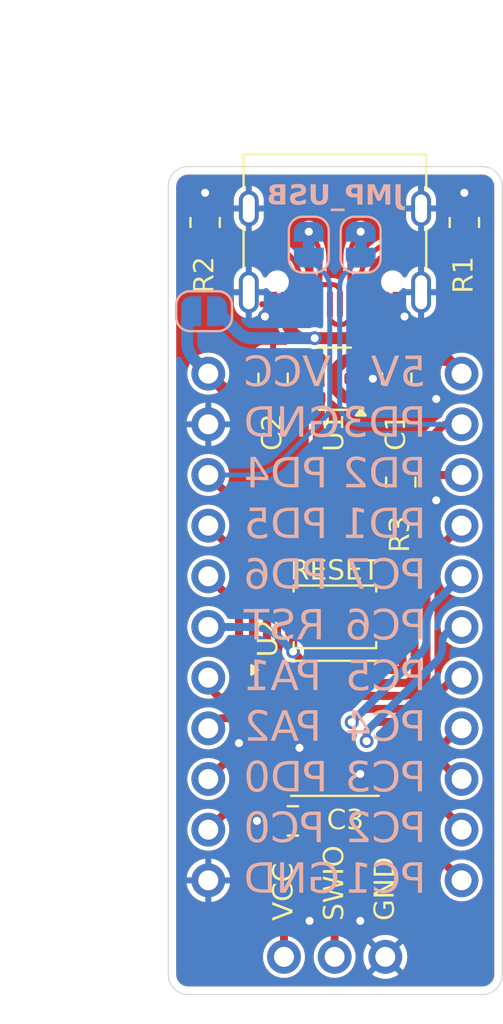
<source format=kicad_pcb>
(kicad_pcb (version 20240108) (generator "pcbnew") (generator_version "8.0")
  (layers (0 "F.Cu" signal) (31 "B.Cu" signal) (34 "B.Paste" user) (35 "F.Paste" user) (36 "B.SilkS" user "B.Silkscreen") (37 "F.SilkS" user "F.Silkscreen") (38 "B.Mask" user) (39 "F.Mask" user) (44 "Edge.Cuts" user))
  (net 0 "")
  (net 1 "GND")
  (net 2 "/PC0")
  (net 3 "/PD0")
  (net 4 "/OSCO")
  (net 5 "/OSCI")
  (net 6 "/NRST")
  (net 7 "/PD6")
  (net 8 "/PD5")
  (net 9 "/PC3")
  (net 10 "/PD1")
  (net 11 "/MOSI")
  (net 12 "/MCO")
  (net 13 "/PC5")
  (net 14 "/PD3")
  (net 15 "/PC2")
  (net 16 "/MISO")
  (net 17 "/PC1")
  (net 18 "/PD2")
  (net 19 "/5V_IN")
  (net 20 "/MCU_VCC")
  (net 21 "Net-(JP2-A)")
  (net 23 "Net-(J1-CC1)")
  (net 24 "Net-(J1-CC2)")
  (net 25 "Net-(JP3-A)")
  (net 27 "/PD4")
  (footprint "Package_TO_SOT_SMD:SOT-23-5" (layer "F.Cu") (at 118.11 56.134 180)
    (property "Reference" "U1" (at 0 -1.749999 90) (layer "F.SilkS") (effects (justify right)))
    (property "Value" "AP2112K-3.3" (hide yes))
    (fp_line (start 0 1.560001) (end 0.8 1.56) (stroke (width 0.12)) (layer "F.SilkS"))
    (fp_line (start 0 1.560001) (end -0.8 1.56) (stroke (width 0.12)) (layer "F.SilkS"))
    (fp_line (start 0 -1.560001) (end 0.8 -1.56) (stroke (width 0.12)) (layer "F.SilkS"))
    (fp_line (start 0 -1.560001) (end -0.8 -1.56) (stroke (width 0.12)) (layer "F.SilkS"))
    (fp_poly (pts (xy -1.3 -1.51) (xy -1.54 -1.84) (xy -1.06 -1.84) (xy -1.3 -1.51)) (stroke (width 0.12)) (fill solid) (layer "F.SilkS"))
    (pad "1" smd roundrect (at -1.1375 -0.949999 180) (size 1.325 0.6) (layers "F.Cu" "F.Paste" "F.Mask") (net 19 "/5V_IN"))
    (pad "2" smd roundrect (at -1.1375 0 180) (size 1.325 0.6) (layers "F.Cu" "F.Paste" "F.Mask") (net 1 "GND"))
    (pad "3" smd roundrect (at -1.1375 0.949999 180) (size 1.325 0.6) (layers "F.Cu" "F.Paste" "F.Mask") (net 19 "/5V_IN"))
    (pad "4" smd roundrect (at 1.1375 0.949999 180) (size 1.325 0.6) (layers "F.Cu" "F.Paste" "F.Mask"))
    (pad "5" smd roundrect (at 1.1375 -0.949999 180) (size 1.325 0.6) (layers "F.Cu" "F.Paste" "F.Mask") (net 20 "/MCU_VCC"))
  )
  (footprint "Capacitor_SMD:C_0805_2012Metric" (layer "F.Cu") (at 116 78.3 180)
    (property "Reference" "C3" (at -1.7 0 0) (layer "F.SilkS") (effects (justify left)))
    (property "Value" "100nF")
    (fp_line (start -0.261253 0.735) (end 0.261253 0.735) (stroke (width 0.12)) (layer "F.SilkS"))
    (fp_line (start -0.261253 -0.735) (end 0.261253 -0.735) (stroke (width 0.12)) (layer "F.SilkS"))
    (pad "1" smd roundrect (at -0.949999 0 180) (size 1 1.45) (layers "F.Cu" "F.Paste" "F.Mask") (net 20 "/MCU_VCC"))
    (pad "2" smd roundrect (at 0.949999 0 180) (size 1 1.45) (layers "F.Cu" "F.Paste" "F.Mask") (net 1 "GND"))
  )
  (footprint "Button_Switch_SMD:SW_Push_SPST_NO_Alps_SKRK" (layer "F.Cu") (at 118.11 68.072)
    (property "Reference" "SW1" (hide yes))
    (property "Value" "NRST")
    (fp_line (start -2.07 -1.57) (end 2.07 -1.57) (stroke (width 0.12)) (layer "F.SilkS"))
    (fp_line (start -2.07 -1.27) (end -2.07 -1.57) (stroke (width 0.12)) (layer "F.SilkS"))
    (fp_line (start -2.07 1.57) (end -2.07 1.27) (stroke (width 0.12)) (layer "F.SilkS"))
    (fp_line (start 2.07 -1.57) (end 2.07 -1.27) (stroke (width 0.12)) (layer "F.SilkS"))
    (fp_line (start 2.07 1.27) (end 2.07 1.57) (stroke (width 0.12)) (layer "F.SilkS"))
    (fp_line (start 2.07 1.57) (end -2.07 1.57) (stroke (width 0.12)) (layer "F.SilkS"))
    (pad "1" smd roundrect (at -2.1 0) (size 0.8 2) (layers "F.Cu" "F.Paste" "F.Mask") (net 6 "/NRST"))
    (pad "2" smd roundrect (at 2.1 0) (size 0.8 2) (layers "F.Cu" "F.Paste" "F.Mask") (net 1 "GND"))
  )
  (footprint "Resistor_SMD:R_0805_2012Metric" (layer "F.Cu") (at 121.412 61.3175 -90)
    (property "Reference" "R3" (at 1.6745 0 90) (layer "F.SilkS") (effects (justify right)))
    (property "Value" "1K5")
    (fp_line (start -0.227064 0.735) (end 0.227064 0.735) (stroke (width 0.12)) (layer "F.SilkS"))
    (fp_line (start -0.227064 -0.735) (end 0.227064 -0.735) (stroke (width 0.12)) (layer "F.SilkS"))
    (pad "1" smd roundrect (at -0.9125 0 270) (size 1.025 1.4) (layers "F.Cu" "F.Paste" "F.Mask") (roundrect_rratio 0.243902) (net 14 "/PD3"))
    (pad "2" smd roundrect (at 0.9125 0 270) (size 1.025 1.4) (layers "F.Cu" "F.Paste" "F.Mask") (roundrect_rratio 0.243902) (net 18 "/PD2"))
  )
  (footprint "Resistor_SMD:R_0805_2012Metric" (layer "F.Cu") (at 124.6 48.3025 90)
    (property "Reference" "R1" (at -1.6975 0 90) (layer "F.SilkS") (effects (justify right)))
    (property "Value" "5K1")
    (fp_line (start -0.227064 -0.735) (end 0.227064 -0.735) (stroke (width 0.12)) (layer "F.SilkS"))
    (fp_line (start -0.227064 0.735) (end 0.227064 0.735) (stroke (width 0.12)) (layer "F.SilkS"))
    (pad "1" smd roundrect (at -0.9125 0 90) (size 1.025 1.4) (layers "F.Cu" "F.Paste" "F.Mask") (roundrect_rratio 0.243902) (net 23 "Net-(J1-CC1)"))
    (pad "2" smd roundrect (at 0.9125 0 90) (size 1.025 1.4) (layers "F.Cu" "F.Paste" "F.Mask") (roundrect_rratio 0.243902) (net 1 "GND"))
  )
  (footprint "Resistor_SMD:R_0805_2012Metric" (layer "F.Cu") (at 111.6 48.3025 90)
    (property "Reference" "R2" (at -1.6975 0 90) (layer "F.SilkS") (effects (justify right)))
    (property "Value" "5K1")
    (fp_line (start -0.227064 -0.735) (end 0.227064 -0.735) (stroke (width 0.12)) (layer "F.SilkS"))
    (fp_line (start -0.227064 0.735) (end 0.227064 0.735) (stroke (width 0.12)) (layer "F.SilkS"))
    (pad "1" smd roundrect (at -0.9125 0 90) (size 1.025 1.4) (layers "F.Cu" "F.Paste" "F.Mask") (roundrect_rratio 0.243902) (net 24 "Net-(J1-CC2)"))
    (pad "2" smd roundrect (at 0.9125 0 90) (size 1.025 1.4) (layers "F.Cu" "F.Paste" "F.Mask") (roundrect_rratio 0.243902) (net 1 "GND"))
  )
  (footprint "Connector_USB:USB_C_Receptacle_G-Switch_GT-USB-7010ASV" (layer "F.Cu") (at 118.11 48.675 180)
    (property "Reference" "J1" (hide yes))
    (property "Value" "USB_C")
    (fp_line (start 4.580001 0.07) (end 4.580001 -1.85) (stroke (width 0.12)) (layer "F.SilkS"))
    (fp_line (start 4.58 3.785) (end -4.58 3.785) (stroke (width 0.12)) (layer "F.SilkS"))
    (fp_line (start 4.58 2.08) (end 4.58 3.785) (stroke (width 0.12)) (layer "F.SilkS"))
    (fp_line (start -4.58 3.785) (end -4.58 2.08) (stroke (width 0.12)) (layer "F.SilkS"))
    (fp_line (start -4.580001 -1.85) (end -4.580001 0.07) (stroke (width 0.12)) (layer "F.SilkS"))
    (pad "" np_thru_hole circle (at -2.89 -2.605 180) (size 0.65 0.65) (drill 0.65) (layers "*.Cu" "*.Mask"))
    (pad "" np_thru_hole circle (at 2.89 -2.605 180) (size 0.65 0.65) (drill 0.65) (layers "*.Cu" "*.Mask"))
    (pad "A1" smd rect (at -3.2 -3.725 180) (size 0.6 1.24) (layers "F.Cu" "F.Paste" "F.Mask") (net 1 "GND"))
    (pad "A4" smd rect (at -2.4 -3.725 180) (size 0.6 1.24) (layers "F.Cu" "F.Paste" "F.Mask") (net 19 "/5V_IN"))
    (pad "A5" smd rect (at -1.25 -3.725 180) (size 0.3 1.24) (layers "F.Cu" "F.Paste" "F.Mask") (net 23 "Net-(J1-CC1)"))
    (pad "A6" smd rect (at -0.25 -3.725 180) (size 0.3 1.24) (layers "F.Cu" "F.Paste" "F.Mask") (net 25 "Net-(JP3-A)"))
    (pad "A7" smd rect (at 0.25 -3.725 180) (size 0.3 1.24) (layers "F.Cu" "F.Paste" "F.Mask") (net 21 "Net-(JP2-A)"))
    (pad "A8" smd rect (at 1.25 -3.725 180) (size 0.3 1.24) (layers "F.Cu" "F.Paste" "F.Mask"))
    (pad "A9" smd rect (at 2.4 -3.725 180) (size 0.6 1.24) (layers "F.Cu" "F.Paste" "F.Mask") (net 19 "/5V_IN"))
    (pad "A12" smd rect (at 3.2 -3.725 180) (size 0.6 1.24) (layers "F.Cu" "F.Paste" "F.Mask") (net 1 "GND"))
    (pad "B1" smd rect (at 3.2 -3.725 180) (size 0.6 1.24) (layers "F.Cu" "F.Paste" "F.Mask") (net 1 "GND"))
    (pad "B4" smd rect (at 2.4 -3.725 180) (size 0.6 1.24) (layers "F.Cu" "F.Paste" "F.Mask") (net 19 "/5V_IN"))
    (pad "B5" smd rect (at 1.75 -3.725 180) (size 0.3 1.24) (layers "F.Cu" "F.Paste" "F.Mask") (net 24 "Net-(J1-CC2)"))
    (pad "B6" smd rect (at 0.75 -3.725 180) (size 0.3 1.24) (layers "F.Cu" "F.Paste" "F.Mask") (net 25 "Net-(JP3-A)"))
    (pad "B7" smd rect (at -0.75 -3.725 180) (size 0.3 1.24) (layers "F.Cu" "F.Paste" "F.Mask") (net 21 "Net-(JP2-A)"))
    (pad "B8" smd rect (at -1.75 -3.725 180) (size 0.3 1.24) (layers "F.Cu" "F.Paste" "F.Mask"))
    (pad "B9" smd rect (at -2.4 -3.725 180) (size 0.6 1.24) (layers "F.Cu" "F.Paste" "F.Mask") (net 19 "/5V_IN"))
    (pad "B12" smd rect (at -3.2 -3.725 180) (size 0.6 1.24) (layers "F.Cu" "F.Paste" "F.Mask") (net 1 "GND"))
    (pad "S1" thru_hole oval (at -4.32 -3.125 180) (size 1 2.1) (drill oval 0.6 1.7) (layers "*.Cu" "*.Mask") (net 1 "GND"))
    (pad "S1" thru_hole oval (at -4.32 1.075 180) (size 1 1.8) (drill oval 0.6 1.4) (layers "*.Cu" "*.Mask") (net 1 "GND"))
    (pad "S1" thru_hole oval (at 4.32 -3.125 180) (size 1 2.1) (drill oval 0.6 1.7) (layers "*.Cu" "*.Mask") (net 1 "GND"))
    (pad "S1" thru_hole oval (at 4.32 1.075 180) (size 1 1.8) (drill oval 0.6 1.4) (layers "*.Cu" "*.Mask") (net 1 "GND"))
  )
  (footprint "Capacitor_SMD:C_0805_2012Metric" (layer "F.Cu") (at 121.21 56.134 -90)
    (property "Reference" "C1" (at 1.749999 0 90) (layer "F.SilkS") (effects (justify right)))
    (property "Value" "100nF")
    (fp_line (start -0.261253 0.735) (end 0.261253 0.735) (stroke (width 0.12)) (layer "F.SilkS"))
    (fp_line (start -0.261253 -0.735) (end 0.261253 -0.735) (stroke (width 0.12)) (layer "F.SilkS"))
    (pad "1" smd roundrect (at -0.949999 0 270) (size 1 1.45) (layers "F.Cu" "F.Paste" "F.Mask") (net 19 "/5V_IN"))
    (pad "2" smd roundrect (at 0.949999 0 270) (size 1 1.45) (layers "F.Cu" "F.Paste" "F.Mask") (net 1 "GND"))
  )
  (footprint "Footprints:PinSocket_1x11_P2.54mm_No_Silk" (layer "F.Cu") (at 124.46 55.88)
    (property "Reference" "J3" (hide yes))
    (property "Value" "HEADER_RIGHT")
    (pad "1" thru_hole circle (at 0 0) (size 1.7 1.7) (drill 1) (layers "*.Cu" "*.Mask") (net 19 "/5V_IN"))
    (pad "2" thru_hole oval (at 0 2.54) (size 1.7 1.7) (drill 1) (layers "*.Cu" "*.Mask") (net 14 "/PD3"))
    (pad "3" thru_hole oval (at 0 5.08) (size 1.7 1.7) (drill 1) (layers "*.Cu" "*.Mask") (net 18 "/PD2"))
    (pad "4" thru_hole oval (at 0 7.62) (size 1.7 1.7) (drill 1) (layers "*.Cu" "*.Mask") (net 10 "/PD1"))
    (pad "5" thru_hole oval (at 0 10.16) (size 1.7 1.7) (drill 1) (layers "*.Cu" "*.Mask") (net 16 "/MISO"))
    (pad "6" thru_hole oval (at 0 12.7) (size 1.7 1.7) (drill 1) (layers "*.Cu" "*.Mask") (net 11 "/MOSI"))
    (pad "7" thru_hole oval (at 0 15.24) (size 1.7 1.7) (drill 1) (layers "*.Cu" "*.Mask") (net 13 "/PC5"))
    (pad "8" thru_hole oval (at 0 17.78) (size 1.7 1.7) (drill 1) (layers "*.Cu" "*.Mask") (net 12 "/MCO"))
    (pad "9" thru_hole oval (at 0 20.32) (size 1.7 1.7) (drill 1) (layers "*.Cu" "*.Mask") (net 9 "/PC3"))
    (pad "10" thru_hole oval (at 0 22.86) (size 1.7 1.7) (drill 1) (layers "*.Cu" "*.Mask") (net 15 "/PC2"))
    (pad "11" thru_hole oval (at 0 25.4) (size 1.7 1.7) (drill 1) (layers "*.Cu" "*.Mask") (net 17 "/PC1"))
  )
  (footprint "Footprints:PinSocket_1x03_P2.54mm_No_Silk" (layer "F.Cu") (at 120.635 85.115 -90)
    (property "Reference" "J4" (hide yes))
    (property "Value" "PROG_HEADER")
    (pad "1" thru_hole circle (at 0 0 270) (size 1.7 1.7) (drill 1) (layers "*.Cu" "*.Mask") (net 1 "GND"))
    (pad "2" thru_hole oval (at 0 2.54 270) (size 1.7 1.7) (drill 1) (layers "*.Cu" "*.Mask") (net 10 "/PD1"))
    (pad "3" thru_hole oval (at 0 5.079999 270) (size 1.7 1.7) (drill 1) (layers "*.Cu" "*.Mask") (net 20 "/MCU_VCC"))
  )
  (footprint "Capacitor_SMD:C_0805_2012Metric" (layer "F.Cu") (at 115.01 56.134 90)
    (property "Reference" "C2" (at -1.749999 0 90) (layer "F.SilkS") (effects (justify right)))
    (property "Value" "10uF")
    (fp_line (start -0.261253 -0.735) (end 0.261253 -0.735) (stroke (width 0.12)) (layer "F.SilkS"))
    (fp_line (start -0.261253 0.735) (end 0.261253 0.735) (stroke (width 0.12)) (layer "F.SilkS"))
    (pad "1" smd roundrect (at -0.949999 0 90) (size 1 1.45) (layers "F.Cu" "F.Paste" "F.Mask") (net 20 "/MCU_VCC"))
    (pad "2" smd roundrect (at 0.949999 0 90) (size 1 1.45) (layers "F.Cu" "F.Paste" "F.Mask") (net 1 "GND"))
  )
  (footprint "Footprints:PinSocket_1x11_P2.54mm_No_Silk" (layer "F.Cu") (at 111.76 55.88)
    (property "Reference" "J2" (hide yes))
    (property "Value" "HEADER_LEFT")
    (pad "1" thru_hole circle (at 0 0) (size 1.7 1.7) (drill 1) (layers "*.Cu" "*.Mask") (net 20 "/MCU_VCC"))
    (pad "2" thru_hole oval (at 0 2.54) (size 1.7 1.7) (drill 1) (layers "*.Cu" "*.Mask") (net 1 "GND"))
    (pad "3" thru_hole oval (at 0 5.08) (size 1.7 1.7) (drill 1) (layers "*.Cu" "*.Mask") (net 27 "/PD4"))
    (pad "4" thru_hole oval (at 0 7.62) (size 1.7 1.7) (drill 1) (layers "*.Cu" "*.Mask") (net 8 "/PD5"))
    (pad "5" thru_hole oval (at 0 10.16) (size 1.7 1.7) (drill 1) (layers "*.Cu" "*.Mask") (net 7 "/PD6"))
    (pad "6" thru_hole oval (at 0 12.7) (size 1.7 1.7) (drill 1) (layers "*.Cu" "*.Mask") (net 6 "/NRST"))
    (pad "7" thru_hole oval (at 0 15.24) (size 1.7 1.7) (drill 1) (layers "*.Cu" "*.Mask") (net 5 "/OSCI"))
    (pad "8" thru_hole oval (at 0 17.78) (size 1.7 1.7) (drill 1) (layers "*.Cu" "*.Mask") (net 4 "/OSCO"))
    (pad "9" thru_hole oval (at 0 20.32) (size 1.7 1.7) (drill 1) (layers "*.Cu" "*.Mask") (net 3 "/PD0"))
    (pad "10" thru_hole oval (at 0 22.86) (size 1.7 1.7) (drill 1) (layers "*.Cu" "*.Mask") (net 2 "/PC0"))
    (pad "11" thru_hole oval (at 0 25.4) (size 1.7 1.7) (drill 1) (layers "*.Cu" "*.Mask") (net 1 "GND"))
  )
  (footprint "Package_SO:TSSOP-20_4.4x6.5mm_P0.65mm" (layer "F.Cu") (at 118.11 73.66)
    (property "Reference" "U2" (at -3.31 -3.56 90) (layer "F.SilkS") (effects (justify left)))
    (property "Value" "CH32V003FxPx")
    (fp_line (start 0 -3.385) (end -2.2 -3.385) (stroke (width 0.12)) (layer "F.SilkS"))
    (fp_line (start 0 -3.385) (end 2.2 -3.385) (stroke (width 0.12)) (layer "F.SilkS"))
    (fp_line (start 0 3.385) (end -2.2 3.385) (stroke (width 0.12)) (layer "F.SilkS"))
    (fp_line (start 0 3.385) (end 2.2 3.385) (stroke (width 0.12)) (layer "F.SilkS"))
    (fp_poly (pts (xy -3.86 -2.925) (xy -4.19 -3.165) (xy -4.19 -2.685) (xy -3.86 -2.925)) (stroke (width 0.12)) (fill solid) (layer "F.SilkS"))
    (pad "1" smd roundrect (at -2.8625 -2.925) (size 1.475 0.4) (layers "F.Cu" "F.Paste" "F.Mask") (net 27 "/PD4"))
    (pad "2" smd roundrect (at -2.8625 -2.275) (size 1.475 0.4) (layers "F.Cu" "F.Paste" "F.Mask") (net 8 "/PD5"))
    (pad "3" smd roundrect (at -2.8625 -1.625) (size 1.475 0.4) (layers "F.Cu" "F.Paste" "F.Mask") (net 7 "/PD6"))
    (pad "4" smd roundrect (at -2.8625 -0.975) (size 1.475 0.4) (layers "F.Cu" "F.Paste" "F.Mask") (net 6 "/NRST"))
    (pad "5" smd roundrect (at -2.8625 -0.325) (size 1.475 0.4) (layers "F.Cu" "F.Paste" "F.Mask") (net 5 "/OSCI"))
    (pad "6" smd roundrect (at -2.8625 0.325) (size 1.475 0.4) (layers "F.Cu" "F.Paste" "F.Mask") (net 4 "/OSCO"))
    (pad "7" smd roundrect (at -2.8625 0.975) (size 1.475 0.4) (layers "F.Cu" "F.Paste" "F.Mask") (net 1 "GND"))
    (pad "8" smd roundrect (at -2.8625 1.625) (size 1.475 0.4) (layers "F.Cu" "F.Paste" "F.Mask") (net 3 "/PD0"))
    (pad "9" smd roundrect (at -2.8625 2.275) (size 1.475 0.4) (layers "F.Cu" "F.Paste" "F.Mask") (net 20 "/MCU_VCC"))
    (pad "10" smd roundrect (at -2.8625 2.925) (size 1.475 0.4) (layers "F.Cu" "F.Paste" "F.Mask") (net 2 "/PC0"))
    (pad "11" smd roundrect (at 2.8625 2.925) (size 1.475 0.4) (layers "F.Cu" "F.Paste" "F.Mask") (net 17 "/PC1"))
    (pad "12" smd roundrect (at 2.8625 2.275) (size 1.475 0.4) (layers "F.Cu" "F.Paste" "F.Mask") (net 15 "/PC2"))
    (pad "13" smd roundrect (at 2.8625 1.625) (size 1.475 0.4) (layers "F.Cu" "F.Paste" "F.Mask") (net 9 "/PC3"))
    (pad "14" smd roundrect (at 2.8625 0.975) (size 1.475 0.4) (layers "F.Cu" "F.Paste" "F.Mask") (net 12 "/MCO"))
    (pad "15" smd roundrect (at 2.8625 0.325) (size 1.475 0.4) (layers "F.Cu" "F.Paste" "F.Mask") (net 13 "/PC5"))
    (pad "16" smd roundrect (at 2.8625 -0.325) (size 1.475 0.4) (layers "F.Cu" "F.Paste" "F.Mask") (net 11 "/MOSI"))
    (pad "17" smd roundrect (at 2.8625 -0.975) (size 1.475 0.4) (layers "F.Cu" "F.Paste" "F.Mask") (net 16 "/MISO"))
    (pad "18" smd roundrect (at 2.8625 -1.625) (size 1.475 0.4) (layers "F.Cu" "F.Paste" "F.Mask") (net 10 "/PD1"))
    (pad "19" smd roundrect (at 2.8625 -2.275) (size 1.475 0.4) (layers "F.Cu" "F.Paste" "F.Mask") (net 18 "/PD2"))
    (pad "20" smd roundrect (at 2.8625 -2.925) (size 1.475 0.4) (layers "F.Cu" "F.Paste" "F.Mask") (net 14 "/PD3"))
  )
  (footprint "Jumper:SolderJumper-2_P1.3mm_Open_RoundedPad1.0x1.5mm" (layer "B.Cu") (at 111.55 52.75 180)
    (property "Reference" "JP1" (hide yes))
    (property "Value" "JMP_VIN_SEL")
    (fp_line (start 1.4 -0.300001) (end 1.4 0.300001) (stroke (width 0.12)) (layer "B.SilkS"))
    (fp_line (start 0.7 1) (end -0.7 1) (stroke (width 0.12)) (layer "B.SilkS"))
    (fp_line (start -0.7 -1) (end 0.7 -1) (stroke (width 0.12)) (layer "B.SilkS"))
    (fp_line (start -1.4 0.300001) (end -1.4 -0.300001) (stroke (width 0.12)) (layer "B.SilkS"))
    (fp_arc (start 1.4 0.300001) (mid 1.194974 0.794975) (end 0.7 1) (stroke (width 0.12)) (layer "B.SilkS"))
    (fp_arc (start 0.7 -1) (mid 1.194974 -0.794975) (end 1.4 -0.300001) (stroke (width 0.12)) (layer "B.SilkS"))
    (fp_arc (start -0.7 1) (mid -1.194975 0.794975) (end -1.4 0.300001) (stroke (width 0.12)) (layer "B.SilkS"))
    (fp_arc (start -1.4 -0.300001) (mid -1.194975 -0.794975) (end -0.7 -1) (stroke (width 0.12)) (layer "B.SilkS"))
    (pad "1" smd custom (at -0.649999 0 180) (size 1 0.5) (layers "B.Cu" "B.Mask") (net 19 "/5V_IN") (options (clearance outline) (anchor rect)) (primitives (gr_circle (center 0 -0.25) (end 0.5 -0.25) (width 0) (fill yes)) (gr_circle (center 0 0.25) (end 0.5 0.25) (width 0) (fill yes)) (gr_poly (pts (xy 0.5 -0.75) (xy 0 -0.75) (xy 0 0.75) (xy 0.5 0.75)) (width 0) (fill yes))))
    (pad "2" smd custom (at 0.649999 0 180) (size 1 0.5) (layers "B.Cu" "B.Mask") (net 20 "/MCU_VCC") (options (clearance outline) (anchor rect)) (primitives (gr_circle (center 0 -0.25) (end 0.5 -0.25) (width 0) (fill yes)) (gr_circle (center 0 0.25) (end 0.5 0.25) (width 0) (fill yes)) (gr_poly (pts (xy 0 -0.75) (xy -0.5 -0.75) (xy -0.5 0.75) (xy 0 0.75)) (width 0) (fill yes))))
  )
  (footprint "Jumper:SolderJumper-2_P1.3mm_Bridged_RoundedPad1.0x1.5mm" (layer "B.Cu") (at 119.4 49.415 -90)
    (property "Reference" "JP2" (hide yes))
    (property "Value" "JMP_USB_DM" (hide yes))
    (fp_poly (pts (xy 0.25 0.3) (xy -0.25 0.3) (xy -0.25 -0.3) (xy 0.25 -0.3)) (fill solid) (layer "B.Cu"))
    (fp_line (start 0.7 1) (end -0.7 1) (stroke (width 0.12)) (layer "B.SilkS"))
    (fp_line (start -1.4 0.300001) (end -1.4 -0.300001) (stroke (width 0.12)) (layer "B.SilkS"))
    (fp_line (start 1.4 -0.300001) (end 1.4 0.300001) (stroke (width 0.12)) (layer "B.SilkS"))
    (fp_line (start -0.7 -1) (end 0.7 -1) (stroke (width 0.12)) (layer "B.SilkS"))
    (fp_arc (start -0.7 1) (mid -1.194975 0.794975) (end -1.4 0.300001) (stroke (width 0.12)) (layer "B.SilkS"))
    (fp_arc (start 1.4 0.300001) (mid 1.194974 0.794975) (end 0.7 1) (stroke (width 0.12)) (layer "B.SilkS"))
    (fp_arc (start -1.4 -0.300001) (mid -1.194975 -0.794975) (end -0.7 -1) (stroke (width 0.12)) (layer "B.SilkS"))
    (fp_arc (start 0.7 -1) (mid 1.194974 -0.794975) (end 1.4 -0.300001) (stroke (width 0.12)) (layer "B.SilkS"))
    (pad "1" smd custom (at -0.649999 0 270) (size 1 0.5) (layers "B.Cu" "B.Mask") (net 21 "Net-(JP2-A)") (options (clearance outline) (anchor rect)) (primitives (gr_circle (center 0 -0.25) (end 0.5 -0.25) (width 0) (fill yes)) (gr_circle (center 0 0.25) (end 0.5 0.25) (width 0) (fill yes)) (gr_poly (pts (xy 0.5 -0.75) (xy 0 -0.75) (xy 0 0.75) (xy 0.5 0.75)) (width 0) (fill yes))))
    (pad "2" smd custom (at 0.649999 0 270) (size 1 0.5) (layers "B.Cu" "B.Mask") (net 14 "/PD3") (options (clearance outline) (anchor rect)) (primitives (gr_circle (center 0 -0.25) (end 0.5 -0.25) (width 0) (fill yes)) (gr_circle (center 0 0.25) (end 0.5 0.25) (width 0) (fill yes)) (gr_poly (pts (xy 0 -0.75) (xy -0.5 -0.75) (xy -0.5 0.75) (xy 0 0.75)) (width 0) (fill yes))))
  )
  (footprint "Jumper:SolderJumper-2_P1.3mm_Bridged_RoundedPad1.0x1.5mm" (layer "B.Cu") (at 116.8 49.415 -90)
    (property "Reference" "JP3" (hide yes))
    (property "Value" "JMP_USB_DP" (hide yes))
    (fp_poly (pts (xy 0.25 0.3) (xy -0.25 0.3) (xy -0.25 -0.3) (xy 0.25 -0.3)) (fill solid) (layer "B.Cu"))
    (fp_line (start 0.7 1) (end -0.7 1) (stroke (width 0.12)) (layer "B.SilkS"))
    (fp_line (start -1.4 0.300001) (end -1.4 -0.300001) (stroke (width 0.12)) (layer "B.SilkS"))
    (fp_line (start 1.4 -0.300001) (end 1.4 0.300001) (stroke (width 0.12)) (layer "B.SilkS"))
    (fp_line (start -0.7 -1) (end 0.7 -1) (stroke (width 0.12)) (layer "B.SilkS"))
    (fp_arc (start -0.7 1) (mid -1.194975 0.794975) (end -1.4 0.300001) (stroke (width 0.12)) (layer "B.SilkS"))
    (fp_arc (start 1.4 0.300001) (mid 1.194974 0.794975) (end 0.7 1) (stroke (width 0.12)) (layer "B.SilkS"))
    (fp_arc (start -1.4 -0.300001) (mid -1.194975 -0.794975) (end -0.7 -1) (stroke (width 0.12)) (layer "B.SilkS"))
    (fp_arc (start 0.7 -1) (mid 1.194974 -0.794975) (end 1.4 -0.300001) (stroke (width 0.12)) (layer "B.SilkS"))
    (pad "1" smd custom (at -0.649999 0 270) (size 1 0.5) (layers "B.Cu" "B.Mask") (net 25 "Net-(JP3-A)") (options (clearance outline) (anchor rect)) (primitives (gr_circle (center 0 -0.25) (end 0.5 -0.25) (width 0) (fill yes)) (gr_circle (center 0 0.25) (end 0.5 0.25) (width 0) (fill yes)) (gr_poly (pts (xy 0.5 -0.75) (xy 0 -0.75) (xy 0 0.75) (xy 0.5 0.75)) (width 0) (fill yes))))
    (pad "2" smd custom (at 0.649999 0 270) (size 1 0.5) (layers "B.Cu" "B.Mask") (net 27 "/PD4") (options (clearance outline) (anchor rect)) (primitives (gr_circle (center 0 -0.25) (end 0.5 -0.25) (width 0) (fill yes)) (gr_circle (center 0 0.25) (end 0.5 0.25) (width 0) (fill yes)) (gr_poly (pts (xy 0 -0.75) (xy -0.5 -0.75) (xy -0.5 0.75) (xy 0 0.75)) (width 0) (fill yes))))
  )
  (gr_arc (start 126.5 86) (mid 126.207107 86.707107) (end 125.5 87) (stroke (width 0.05)) (layer "Edge.Cuts"))
  (gr_line (start 109.75 86) (end 109.75 46.5) (stroke (width 0.05)) (layer "Edge.Cuts"))
  (gr_line (start 110.75 45.5) (end 125.5 45.5) (stroke (width 0.05)) (layer "Edge.Cuts"))
  (gr_arc (start 125.5 45.5) (mid 126.207107 45.792893) (end 126.5 46.5) (stroke (width 0.05)) (layer "Edge.Cuts"))
  (gr_arc (start 109.75 46.5) (mid 110.042893 45.792893) (end 110.75 45.5) (stroke (width 0.05)) (layer "Edge.Cuts"))
  (gr_arc (start 110.75 87) (mid 110.042893 86.707107) (end 109.75 86) (stroke (width 0.05)) (layer "Edge.Cuts"))
  (gr_line (start 125.5 87) (end 110.75 87) (stroke (width 0.05)) (layer "Edge.Cuts"))
  (gr_line (start 126.5 46.5) (end 126.5 86) (stroke (width 0.05)) (layer "Edge.Cuts"))
  (gr_text "PD4" (at 113.538 60.96 0) (layer "B.SilkS") (effects (font (size 1.5 1.5) (thickness 0.1875)) (justify right mirror)))
  (gr_text "PD3" (at 122.682 58.42 0) (layer "B.SilkS") (effects (font (size 1.5 1.5) (thickness 0.1875)) (justify left mirror)))
  (gr_text "GND" (at 113.538 58.42 0) (layer "B.SilkS") (effects (font (size 1.5 1.5) (thickness 0.1875)) (justify right mirror)))
  (gr_text "GND" (at 113.538 81.28 0) (layer "B.SilkS") (effects (font (size 1.5 1.5) (thickness 0.1875)) (justify right mirror)))
  (gr_text "PC4" (at 122.682 73.66 0) (layer "B.SilkS") (effects (font (size 1.5 1.5) (thickness 0.1875)) (justify left mirror)))
  (gr_text "PC6" (at 122.682 68.58 0) (layer "B.SilkS") (effects (font (size 1.5 1.5) (thickness 0.1875)) (justify left mirror)))
  (gr_text "PC5" (at 122.682 71.12 0) (layer "B.SilkS") (effects (font (size 1.5 1.5) (thickness 0.1875)) (justify left mirror)))
  (gr_text "VCC" (at 113.538 55.88 0) (layer "B.SilkS") (effects (font (size 1.5 1.5) (thickness 0.1875)) (justify right mirror)))
  (gr_text "5V" (at 122.682 55.88 0) (layer "B.SilkS") (effects (font (size 1.5 1.5) (thickness 0.1875)) (justify left mirror)))
  (gr_text "PC0" (at 113.538 78.74 0) (layer "B.SilkS") (effects (font (size 1.5 1.5) (thickness 0.1875)) (justify right mirror)))
  (gr_text "PD0" (at 113.538 76.2 0) (layer "B.SilkS") (effects (font (size 1.5 1.5) (thickness 0.1875)) (justify right mirror)))
  (gr_text "PC1" (at 122.682 81.28 0) (layer "B.SilkS") (effects (font (size 1.5 1.5) (thickness 0.1875)) (justify left mirror)))
  (gr_text "PA1" (at 113.538 71.12 0) (layer "B.SilkS") (effects (font (size 1.5 1.5) (thickness 0.1875)) (justify right mirror)))
  (gr_text "PD1" (at 122.682 63.5 0) (layer "B.SilkS") (effects (font (size 1.5 1.5) (thickness 0.1875)) (justify left mirror)))
  (gr_text "PD6" (at 113.538 66.04 0) (layer "B.SilkS") (effects (font (size 1.5 1.5) (thickness 0.1875)) (justify right mirror)))
  (gr_text "PC3" (at 122.682 76.2 0) (layer "B.SilkS") (effects (font (size 1.5 1.5) (thickness 0.1875)) (justify left mirror)))
  (gr_text "PC7" (at 122.682 66.04 0) (layer "B.SilkS") (effects (font (size 1.5 1.5) (thickness 0.1875)) (justify left mirror)))
  (gr_text "PC2" (at 122.682 78.74 0) (layer "B.SilkS") (effects (font (size 1.5 1.5) (thickness 0.1875)) (justify left mirror)))
  (gr_text "PD5" (at 113.538 63.5 0) (layer "B.SilkS") (effects (font (size 1.5 1.5) (thickness 0.1875)) (justify right mirror)))
  (gr_text "PD2" (at 122.682 60.96 0) (layer "B.SilkS") (effects (font (size 1.5 1.5) (thickness 0.1875)) (justify left mirror)))
  (gr_text "PA2" (at 113.538 73.66 0) (layer "B.SilkS") (effects (font (size 1.5 1.5) (thickness 0.1875)) (justify right mirror)))
  (gr_text "RST" (at 113.538 68.58 0) (layer "B.SilkS") (effects (font (size 1.5 1.5) (thickness 0.1875)) (justify right mirror)))
  (gr_text "JMP_USB" (at 118.11 46.99 0) (layer "B.SilkS") (effects (font (size 1 1) (thickness 0.2) (bold yes)) (justify mirror)))
  (gr_text "GND" (at 120.65 83.312 90) (layer "F.SilkS") (effects (font (size 1 1) (thickness 0.125)) (justify left)))
  (gr_text "VCC" (at 115.57 83.312 90) (layer "F.SilkS") (effects (font (size 1 1) (thickness 0.125)) (justify left)))
  (gr_text "RESET" (at 118.11 65.786 0) (layer "F.SilkS") (effects (font (size 1 1) (thickness 0.125))))
  (gr_text "SWIO" (at 118.11 83.312 90) (layer "F.SilkS") (effects (font (size 1 1) (thickness 0.125)) (justify left)))
  (segment (start 121.31 52.4) (end 121.31 52.725) (width 0.4) (layer "F.Cu") (net 1))
  (segment (start 115.2475 74.635) (end 113.742107 74.635) (width 0.4) (layer "F.Cu") (net 1))
  (segment (start 113.388553 74.488553) (end 113.3 74.4) (width 0.4) (layer "F.Cu") (net 1))
  (segment (start 114.91 52.4) (end 114.91 52.705) (width 0.4) (layer "F.Cu") (net 1))
  (segment (start 116.332 74.635) (end 115.2475 74.635) (width 0.4) (layer "F.Cu") (net 1))
  (segment (start 120.01 56.134) (end 120.959999 57.083999) (width 0.4) (layer "F.Cu") (net 1))
  (segment (start 124.6 47.39) (end 124.6 46.815) (width 0.25) (layer "F.Cu") (net 1))
  (segment (start 121.31 52.725) (end 121.6 53.015) (width 0.4) (layer "F.Cu") (net 1))
  (segment (start 119.2475 56.134) (end 120.01 56.134) (width 0.4) (layer "F.Cu") (net 1))
  (segment (start 114.91 52.705) (end 114.6 53.015) (width 0.4) (layer "F.Cu") (net 1))
  (segment (start 120.959999 57.083999) (end 121.21 57.083999) (width 0.4) (layer "F.Cu") (net 1))
  (segment (start 111.6 47.39) (end 111.6 46.815) (width 0.25) (layer "F.Cu") (net 1))
  (segment (start 115.050001 78.3) (end 114.2 78.3) (width 0.4) (layer "F.Cu") (net 1))
  (via (at 119.38 83.312) (size 0.7) (drill 0.4) (layers "F.Cu" "B.Cu") (net 1))
  (via (at 124.6 46.815) (size 0.7) (drill 0.4) (layers "F.Cu" "B.Cu") (net 1))
  (via (at 111.6 46.815) (size 0.7) (drill 0.4) (layers "F.Cu" "B.Cu") (net 1))
  (via (at 114.2 78.3) (size 0.7) (drill 0.4) (layers "F.Cu" "B.Cu") (net 1))
  (via (at 120.01 56.134) (size 0.7) (drill 0.4) (layers "F.Cu" "B.Cu") (net 1))
  (via (at 119.38 75.946) (size 0.7) (drill 0.4) (layers "F.Cu" "B.Cu") (net 1))
  (via (at 116.84 83.312) (size 0.7) (drill 0.4) (layers "F.Cu" "B.Cu") (net 1))
  (via (at 121.6 53.015) (size 0.7) (drill 0.4) (layers "F.Cu" "B.Cu") (net 1))
  (via (at 123.19 62.23) (size 0.7) (drill 0.4) (layers "F.Cu" "B.Cu") (net 1))
  (via (at 123.19 57.15) (size 0.7) (drill 0.4) (layers "F.Cu" "B.Cu") (net 1))
  (via (at 113.3 74.4) (size 0.7) (drill 0.4) (layers "F.Cu" "B.Cu") (net 1))
  (via (at 116.332 74.635) (size 0.7) (drill 0.4) (layers "F.Cu" "B.Cu") (net 1))
  (via (at 114.6 53.015) (size 0.7) (drill 0.4) (layers "F.Cu" "B.Cu") (net 1))
  (arc (start 113.388553 74.488553) (mid 113.550765 74.59694) (end 113.742107 74.635) (width 0.4) (layer "F.Cu") (net 1))
  (segment (start 115.2475 76.585) (end 114.509455 76.585) (width 0.4) (layer "F.Cu") (net 2))
  (segment (start 113.494657 77.005343) (end 111.76 78.74) (width 0.4) (layer "F.Cu") (net 2))
  (arc (start 114.509455 76.585) (mid 113.96025 76.694244) (end 113.494657 77.005343) (width 0.4) (layer "F.Cu") (net 2))
  (segment (start 115.2475 75.285) (end 113.115253 75.285) (width 0.4) (layer "F.Cu") (net 3))
  (segment (start 112.363694 75.596306) (end 111.76 76.2) (width 0.4) (layer "F.Cu") (net 3))
  (arc (start 113.115253 75.285) (mid 112.708512 75.365906) (end 112.363694 75.596306) (width 0.4) (layer "F.Cu") (net 3))
  (segment (start 112.121553 73.298447) (end 111.76 73.66) (width 0.4) (layer "F.Cu") (net 4))
  (segment (start 115.2475 73.985) (end 114.302378 73.985) (width 0.4) (layer "F.Cu") (net 4))
  (segment (start 112.850506 73.152) (end 112.475107 73.152) (width 0.4) (layer "F.Cu") (net 4))
  (segment (start 113.719158 73.743422) (end 113.323768 73.348032) (width 0.4) (layer "F.Cu") (net 4))
  (arc (start 112.475107 73.152) (mid 112.283765 73.19006) (end 112.121553 73.298447) (width 0.4) (layer "F.Cu") (net 4))
  (arc (start 112.850506 73.152) (mid 113.106634 73.202947) (end 113.323768 73.348032) (width 0.4) (layer "F.Cu") (net 4))
  (arc (start 113.719158 73.743422) (mid 113.986742 73.922216) (end 114.302378 73.985) (width 0.4) (layer "F.Cu") (net 4))
  (segment (start 115.2475 73.335) (end 114.529388 73.335) (width 0.4) (layer "F.Cu") (net 5))
  (segment (start 113.897547 73.073283) (end 113.377734 72.55347) (width 0.4) (layer "F.Cu") (net 5))
  (segment (start 112.381062 72.181062) (end 111.906446 71.706446) (width 0.4) (layer "F.Cu") (net 5))
  (segment (start 111.76 71.352893) (end 111.76 71.12) (width 0.4) (layer "F.Cu") (net 5))
  (segment (start 113.007225 72.4) (end 112.909626 72.4) (width 0.4) (layer "F.Cu") (net 5))
  (arc (start 114.529388 73.335) (mid 114.187438 73.266982) (end 113.897547 73.073283) (width 0.4) (layer "F.Cu") (net 5))
  (arc (start 112.381062 72.181062) (mid 112.623569 72.3431) (end 112.909626 72.4) (width 0.4) (layer "F.Cu") (net 5))
  (arc (start 111.906446 71.706446) (mid 111.79806 71.544234) (end 111.76 71.352893) (width 0.4) (layer "F.Cu") (net 5))
  (arc (start 113.377734 72.55347) (mid 113.207743 72.439886) (end 113.007225 72.4) (width 0.4) (layer "F.Cu") (net 5))
  (segment (start 116.5 70.742371) (end 116.5 71.952631) (width 0.4) (layer "F.Cu") (net 6))
  (segment (start 116.01 69.81) (end 116.01 68.072) (width 0.4) (layer "F.Cu") (net 6))
  (segment (start 116.303956 72.425922) (end 116.191469 72.538409) (width 0.4) (layer "F.Cu") (net 6))
  (segment (start 116.01 69.81) (end 116.187198 69.987198) (width 0.4) (layer "F.Cu") (net 6))
  (segment (start 115.837567 72.685) (end 115.2475 72.685) (width 0.4) (layer "F.Cu") (net 6))
  (via (at 116.01 69.81) (size 0.7) (drill 0.4) (layers "F.Cu" "B.Cu") (net 6))
  (arc (start 116.5 70.742371) (mid 116.418705 70.333675) (end 116.187198 69.987198) (width 0.4) (layer "F.Cu") (net 6))
  (arc (start 116.191469 72.538409) (mid 116.029097 72.646902) (end 115.837567 72.685) (width 0.4) (layer "F.Cu") (net 6))
  (arc (start 116.5 71.952631) (mid 116.44905 72.208774) (end 116.303956 72.425922) (width 0.4) (layer "F.Cu") (net 6))
  (segment (start 116.01 69.81) (end 115.315106 69.115106) (width 0.4) (layer "B.Cu") (net 6))
  (segment (start 114.023246 68.58) (end 111.76 68.58) (width 0.4) (layer "B.Cu") (net 6))
  (arc (start 115.315106 69.115106) (mid 114.722396 68.71907) (end 114.023246 68.58) (width 0.4) (layer "B.Cu") (net 6))
  (segment (start 115.2475 72.035) (end 114.536495 72.035) (width 0.4) (layer "F.Cu") (net 7))
  (segment (start 113.3 70.68389) (end 113.3 68.423617) (width 0.4) (layer "F.Cu") (net 7))
  (segment (start 112.703473 66.983473) (end 111.76 66.04) (width 0.4) (layer "F.Cu") (net 7))
  (segment (start 114.050139 71.833545) (end 113.5825 71.365906) (width 0.4) (layer "F.Cu") (net 7))
  (arc (start 113.3 70.68389) (mid 113.373419 71.052994) (end 113.5825 71.365906) (width 0.4) (layer "F.Cu") (net 7))
  (arc (start 113.3 68.423617) (mid 113.144968 67.644217) (end 112.703473 66.983473) (width 0.4) (layer "F.Cu") (net 7))
  (arc (start 114.536495 72.035) (mid 114.273281 71.982644) (end 114.050139 71.833545) (width 0.4) (layer "F.Cu") (net 7))
  (segment (start 114.303675 71.238553) (end 114.146446 71.081324) (width 0.4) (layer "F.Cu") (net 8))
  (segment (start 115.2475 71.385) (end 114.657229 71.385) (width 0.4) (layer "F.Cu") (net 8))
  (segment (start 113.545819 65.285819) (end 111.76 63.5) (width 0.4) (layer "F.Cu") (net 8))
  (segment (start 114 70.727771) (end 114 66.382309) (width 0.4) (layer "F.Cu") (net 8))
  (arc (start 114.146446 71.081324) (mid 114.03806 70.919112) (end 114 70.727771) (width 0.4) (layer "F.Cu") (net 8))
  (arc (start 114.303675 71.238553) (mid 114.465887 71.34694) (end 114.657229 71.385) (width 0.4) (layer "F.Cu") (net 8))
  (arc (start 113.545819 65.285819) (mid 113.881962 65.788893) (end 114 66.382309) (width 0.4) (layer "F.Cu") (net 8))
  (segment (start 120.9725 75.285) (end 123.177893 75.285) (width 0.4) (layer "F.Cu") (net 9))
  (segment (start 123.531447 75.431447) (end 124.3 76.2) (width 0.4) (layer "F.Cu") (net 9))
  (segment (start 124.3 76.2) (end 124.46 76.2) (width 0.4) (layer "F.Cu") (net 9))
  (arc (start 123.177893 75.285) (mid 123.369235 75.32306) (end 123.531447 75.431447) (width 0.4) (layer "F.Cu") (net 9))
  (segment (start 122.29967 71.703736) (end 122.410191 71.593213) (width 0.4) (layer "F.Cu") (net 10))
  (segment (start 122.71 70.869401) (end 122.71 70.176594) (width 0.4) (layer "F.Cu") (net 10))
  (segment (start 120.9725 72.035) (end 121.499945 72.035) (width 0.4) (layer "F.Cu") (net 10))
  (segment (start 118.095 73.613445) (end 118.095 85.115) (width 0.4) (layer "F.Cu") (net 10))
  (segment (start 120.9725 72.035) (end 119.637753 72.035) (width 0.4) (layer "F.Cu") (net 10))
  (segment (start 122.71 70.176594) (end 122.7 70.166594) (width 0.4) (layer "F.Cu") (net 10))
  (segment (start 122.7 70.166594) (end 122.7 66.09944) (width 0.4) (layer "F.Cu") (net 10))
  (segment (start 118.89787 72.341469) (end 118.426708 72.812631) (width 0.4) (layer "F.Cu") (net 10))
  (segment (start 123.293573 64.666427) (end 124.46 63.5) (width 0.4) (layer "F.Cu") (net 10))
  (arc (start 122.7 66.09944) (mid 122.854265 65.323899) (end 123.293573 64.666427) (width 0.4) (layer "F.Cu") (net 10))
  (arc (start 118.095 73.613445) (mid 118.181208 73.180048) (end 118.426708 72.812631) (width 0.4) (layer "F.Cu") (net 10))
  (arc (start 122.410191 71.593213) (mid 122.632082 71.261124) (end 122.71 70.869401) (width 0.4) (layer "F.Cu") (net 10))
  (arc (start 122.29967 71.703736) (mid 121.932754 71.948906) (end 121.499945 72.035) (width 0.4) (layer "F.Cu") (net 10))
  (arc (start 119.637753 72.035) (mid 119.237331 72.114649) (end 118.89787 72.341469) (width 0.4) (layer "F.Cu") (net 10))
  (segment (start 119.846447 73.653553) (end 120.018554 73.481446) (width 0.4) (layer "F.Cu") (net 11))
  (segment (start 119.7 74.3) (end 119.7 74.007107) (width 0.4) (layer "F.Cu") (net 11))
  (segment (start 120.372107 73.335) (end 120.9725 73.335) (width 0.4) (layer "F.Cu") (net 11))
  (via (at 119.7 74.3) (size 0.7) (drill 0.4) (layers "F.Cu" "B.Cu") (net 11))
  (arc (start 120.018554 73.481446) (mid 120.180766 73.37306) (end 120.372107 73.335) (width 0.4) (layer "F.Cu") (net 11))
  (arc (start 119.846447 73.653553) (mid 119.73806 73.815765) (end 119.7 74.007107) (width 0.4) (layer "F.Cu") (net 11))
  (segment (start 119.846447 73.653553) (end 123.167465 70.332535) (width 0.4) (layer "B.Cu") (net 11))
  (segment (start 123.634967 68.965033) (end 124.02 68.58) (width 0.4) (layer "B.Cu") (net 11))
  (segment (start 124.02 68.58) (end 124.46 68.58) (width 0.4) (layer "B.Cu") (net 11))
  (segment (start 119.7 74.3) (end 119.7 74.007107) (width 0.4) (layer "B.Cu") (net 11))
  (segment (start 123.5 69.529723) (end 123.5 69.290873) (width 0.4) (layer "B.Cu") (net 11))
  (arc (start 119.846447 73.653553) (mid 119.73806 73.815765) (end 119.7 74.007107) (width 0.4) (layer "B.Cu") (net 11))
  (arc (start 123.167465 70.332535) (mid 123.413577 69.964202) (end 123.5 69.529723) (width 0.4) (layer "B.Cu") (net 11))
  (arc (start 123.634967 68.965033) (mid 123.535077 69.11453) (end 123.5 69.290873) (width 0.4) (layer "B.Cu") (net 11))
  (segment (start 120.9725 74.635) (end 123.157893 74.635) (width 0.4) (layer "F.Cu") (net 12))
  (segment (start 124.34 73.66) (end 124.46 73.66) (width 0.4) (layer "F.Cu") (net 12))
  (segment (start 123.511447 74.488553) (end 124.34 73.66) (width 0.4) (layer "F.Cu") (net 12))
  (arc (start 123.157893 74.635) (mid 123.349235 74.59694) (end 123.511447 74.488553) (width 0.4) (layer "F.Cu") (net 12))
  (segment (start 123.183312 72.016688) (end 124.08 71.12) (width 0.4) (layer "F.Cu") (net 13))
  (segment (start 120.9725 73.985) (end 121.890738 73.985) (width 0.4) (layer "F.Cu") (net 13))
  (segment (start 124.08 71.12) (end 124.46 71.12) (width 0.4) (layer "F.Cu") (net 13))
  (segment (start 122.8 73.061198) (end 122.8 72.942084) (width 0.4) (layer "F.Cu") (net 13))
  (segment (start 122.444288 73.755712) (end 122.560431 73.639569) (width 0.4) (layer "F.Cu") (net 13))
  (arc (start 121.890738 73.985) (mid 122.190317 73.92541) (end 122.444288 73.755712) (width 0.4) (layer "F.Cu") (net 13))
  (arc (start 123.183312 72.016688) (mid 122.89962 72.441263) (end 122.8 72.942084) (width 0.4) (layer "F.Cu") (net 13))
  (arc (start 122.8 73.061198) (mid 122.737738 73.37421) (end 122.560431 73.639569) (width 0.4) (layer "F.Cu") (net 13))
  (segment (start 120.867243 63.491243) (end 120.695536 63.319536) (width 0.4) (layer "F.Cu") (net 14))
  (segment (start 121.595 60.405) (end 123.433554 58.566446) (width 0.4) (layer "F.Cu") (net 14))
  (segment (start 123.787107 58.42) (end 124.46 58.42) (width 0.4) (layer "F.Cu") (net 14))
  (segment (start 121.402107 60.405) (end 121.412 60.405) (width 0.4) (layer "F.Cu") (net 14))
  (segment (start 120.9725 70.735) (end 121.465 70.735) (width 0.4) (layer "F.Cu") (net 14))
  (segment (start 121.5 70.7) (end 121.5 65.018854) (width 0.4) (layer "F.Cu") (net 14))
  (segment (start 120.458172 61.141828) (end 121.048554 60.551446) (width 0.4) (layer "F.Cu") (net 14))
  (segment (start 121.465 70.735) (end 121.5 70.7) (width 0.4) (layer "F.Cu") (net 14))
  (segment (start 120.2 62.123206) (end 120.2 61.76511) (width 0.4) (layer "F.Cu") (net 14))
  (segment (start 121.412 60.405) (end 121.595 60.405) (width 0.4) (layer "F.Cu") (net 14))
  (arc (start 121.402107 60.405) (mid 121.210766 60.44306) (end 121.048554 60.551446) (width 0.4) (layer "F.Cu") (net 14))
  (arc (start 120.695536 63.319536) (mid 120.328786 62.770655) (end 120.2 62.123206) (width 0.4) (layer "F.Cu") (net 14))
  (arc (start 120.867243 63.491243) (mid 121.335552 64.192117) (end 121.5 65.018854) (width 0.4) (layer "F.Cu") (net 14))
  (arc (start 120.458172 61.141828) (mid 120.267097 61.427792) (end 120.2 61.76511) (width 0.4) (layer "F.Cu") (net 14))
  (arc (start 123.433554 58.566446) (mid 123.595766 58.45806) (end 123.787107 58.42) (width 0.4) (layer "F.Cu") (net 14))
  (segment (start 118.35 57.385786) (end 118.35 51.529213) (width 0.25) (layer "B.Cu") (net 14))
  (segment (start 118.677107 58.127107) (end 118.642893 58.092893) (width 0.25) (layer "B.Cu") (net 14))
  (segment (start 124.46 58.42) (end 119.384214 58.42) (width 0.25) (layer "B.Cu") (net 14))
  (segment (start 118.642893 50.822106) (end 119.4 50.064999) (width 0.25) (layer "B.Cu") (net 14))
  (arc (start 118.677107 58.127107) (mid 119.00153 58.34388) (end 119.384214 58.42) (width 0.25) (layer "B.Cu") (net 14))
  (arc (start 118.35 57.385786) (mid 118.42612 57.768469) (end 118.642893 58.092893) (width 0.25) (layer "B.Cu") (net 14))
  (arc (start 118.35 51.529213) (mid 118.42612 51.14653) (end 118.642893 50.822106) (width 0.25) (layer "B.Cu") (net 14))
  (segment (start 120.9725 75.935) (end 121.509035 75.935) (width 0.4) (layer "F.Cu") (net 15))
  (segment (start 124.46 78.625122) (end 124.46 78.74) (width 0.4) (layer "F.Cu") (net 15))
  (segment (start 121.954322 76.119444) (end 124.46 78.625122) (width 0.4) (layer "F.Cu") (net 15))
  (arc (start 121.509035 75.935) (mid 121.750023 75.982935) (end 121.954322 76.119444) (width 0.4) (layer "F.Cu") (net 15))
  (segment (start 119.822107 72.685) (end 120.9725 72.685) (width 0.4) (layer "F.Cu") (net 16))
  (segment (start 118.95 73.35) (end 119.468554 72.831446) (width 0.4) (layer "F.Cu") (net 16))
  (via (at 118.95 73.35) (size 0.7) (drill 0.4) (layers "F.Cu" "B.Cu") (net 16))
  (arc (start 119.822107 72.685) (mid 119.630766 72.72306) (end 119.468554 72.831446) (width 0.4) (layer "F.Cu") (net 16))
  (segment (start 122.7 69.227483) (end 122.7 68.478982) (width 0.4) (layer "B.Cu") (net 16))
  (segment (start 123.180112 67.319888) (end 124.46 66.04) (width 0.4) (layer "B.Cu") (net 16))
  (segment (start 118.95 73.35) (end 122.436591 69.863409) (width 0.4) (layer "B.Cu") (net 16))
  (arc (start 122.7 69.227483) (mid 122.631542 69.571644) (end 122.436591 69.863409) (width 0.4) (layer "B.Cu") (net 16))
  (arc (start 122.7 68.478982) (mid 122.824777 67.851685) (end 123.180112 67.319888) (width 0.4) (layer "B.Cu") (net 16))
  (segment (start 123 78.587047) (end 123 79.396002) (width 0.4) (layer "F.Cu") (net 17))
  (segment (start 123.299812 80.119812) (end 124.46 81.28) (width 0.4) (layer "F.Cu") (net 17))
  (segment (start 121.620764 76.634414) (end 122.594547 77.608197) (width 0.4) (layer "F.Cu") (net 17))
  (segment (start 120.9725 76.585) (end 121.501468 76.585) (width 0.4) (layer "F.Cu") (net 17))
  (arc (start 123 79.396002) (mid 123.077919 79.787725) (end 123.299812 80.119812) (width 0.4) (layer "F.Cu") (net 17))
  (arc (start 121.620764 76.634414) (mid 121.566031 76.597842) (end 121.501468 76.585) (width 0.4) (layer "F.Cu") (net 17))
  (arc (start 123 78.587047) (mid 122.894626 78.057297) (end 122.594547 77.608197) (width 0.4) (layer "F.Cu") (net 17))
  (segment (start 120.9725 71.385) (end 121.562771 71.385) (width 0.4) (layer "F.Cu") (net 18))
  (segment (start 122.11 70.837771) (end 122.11 70.425122) (width 0.4) (layer "F.Cu") (net 18))
  (segment (start 124.46 60.96) (end 123.441256 60.96) (width 0.4) (layer "F.Cu") (net 18))
  (segment (start 121.67 62.23) (end 121.412 62.23) (width 0.4) (layer "F.Cu") (net 18))
  (segment (start 121.751644 62.569644) (end 121.412 62.23) (width 0.4) (layer "F.Cu") (net 18))
  (segment (start 122.11 70.425122) (end 122.1 70.415122) (width 0.4) (layer "F.Cu") (net 18))
  (segment (start 121.916325 71.238553) (end 121.963554 71.191324) (width 0.4) (layer "F.Cu") (net 18))
  (segment (start 124.1025 60.6025) (end 124.46 60.96) (width 0.4) (layer "F.Cu") (net 18))
  (segment (start 122.1 70.415122) (end 122.1 63.41065) (width 0.4) (layer "F.Cu") (net 18))
  (segment (start 122.585558 61.314442) (end 121.67 62.23) (width 0.4) (layer "F.Cu") (net 18))
  (segment (start 124.46 60.96) (end 123.952 60.96) (width 0.4) (layer "F.Cu") (net 18))
  (arc (start 122.11 70.837771) (mid 122.07194 71.029112) (end 121.963554 71.191324) (width 0.4) (layer "F.Cu") (net 18))
  (arc (start 121.562771 71.385) (mid 121.754113 71.34694) (end 121.916325 71.238553) (width 0.4) (layer "F.Cu") (net 18))
  (arc (start 123.441256 60.96) (mid 122.978155 61.052116) (end 122.585558 61.314442) (width 0.4) (layer "F.Cu") (net 18))
  (arc (start 121.751644 62.569644) (mid 122.009465 62.955501) (end 122.1 63.41065) (width 0.4) (layer "F.Cu") (net 18))
  (segment (start 115.71 53.261999) (end 115.71 52.4) (width 0.6) (layer "F.Cu") (net 19))
  (segment (start 118.465158 55.330448) (end 118.271096 55.52451) (width 0.6) (layer "F.Cu") (net 19))
  (segment (start 117.094 54.102) (end 120.508 54.102) (width 0.6) (layer "F.Cu") (net 19))
  (segment (start 123.764001 55.184001) (end 124.46 55.88) (width 0.6) (layer "F.Cu") (net 19))
  (segment (start 119.2475 55.184001) (end 123.764001 55.184001) (width 0.6) (layer "F.Cu") (net 19))
  (segment (start 116.097785 53.907785) (end 115.892435 53.702435) (width 0.6) (layer "F.Cu") (net 19))
  (segment (start 118.085 55.973785) (end 118.085 56.293578) (width 0.6) (layer "F.Cu") (net 19))
  (segment (start 118.792108 57.083999) (end 119.2475 57.083999) (width 0.6) (layer "F.Cu") (net 19))
  (segment (start 119.2475 55.184001) (end 118.818712 55.184001) (width 0.6) (layer "F.Cu") (net 19))
  (segment (start 117.094 54.102) (end 116.566662 54.102) (width 0.6) (layer "F.Cu") (net 19))
  (segment (start 118.290358 56.789356) (end 118.438555 56.937553) (width 0.6) (layer "F.Cu") (net 19))
  (segment (start 120.51 55.2) (end 120.51 52.4) (width 0.6) (layer "F.Cu") (net 19))
  (segment (start 121.209999 55.184) (end 121.21 55.184001) (width 0.4) (layer "F.Cu") (net 19))
  (via (at 117.094 54.102) (size 0.7) (drill 0.4) (layers "F.Cu" "B.Cu") (net 19))
  (arc (start 118.271096 55.52451) (mid 118.133365 55.730639) (end 118.085 55.973785) (width 0.6) (layer "F.Cu") (net 19))
  (arc (start 118.818712 55.184001) (mid 118.62737 55.222061) (end 118.465158 55.330448) (width 0.6) (layer "F.Cu") (net 19))
  (arc (start 118.792108 57.083999) (mid 118.600767 57.045939) (end 118.438555 56.937553) (width 0.6) (layer "F.Cu") (net 19))
  (arc (start 116.097785 53.907785) (mid 116.312908 54.051525) (end 116.566662 54.102) (width 0.6) (layer "F.Cu") (net 19))
  (arc (start 115.71 53.261999) (mid 115.757413 53.500361) (end 115.892435 53.702435) (width 0.6) (layer "F.Cu") (net 19))
  (arc (start 118.085 56.293578) (mid 118.138371 56.561891) (end 118.290358 56.789356) (width 0.6) (layer "F.Cu") (net 19))
  (segment (start 117.092513 54.100513) (end 113.867868 54.100513) (width 0.6) (layer "B.Cu") (net 19))
  (segment (start 113.259106 53.809107) (end 112.199999 52.75) (width 0.6) (layer "B.Cu") (net 19))
  (segment (start 117.094 54.102) (end 117.092513 54.100513) (width 0.6) (layer "B.Cu") (net 19))
  (arc (start 113.867868 54.100513) (mid 113.538659 54.005986) (end 113.259106 53.809107) (width 0.6) (layer "B.Cu") (net 19))
  (segment (start 115.01 57.083999) (end 113.810683 57.083999) (width 0.6) (layer "F.Cu") (net 20))
  (segment (start 115.010001 57.084) (end 115.01 57.083999) (width 0.4) (layer "F.Cu") (net 20))
  (segment (start 116.949999 78.3) (end 116.949999 78.753506) (width 0.4) (layer "F.Cu") (net 20))
  (segment (start 117.153553 77.846447) (end 117.096445 77.903555) (width 0.6) (layer "F.Cu") (net 20))
  (segment (start 115.2475 75.935) (end 117.235 75.935) (width 0.4) (layer "F.Cu") (net 20))
  (segment (start 115.010001 56.783999) (end 115.01 56.783998) (width 0.25) (layer "F.Cu") (net 20))
  (segment (start 115.555001 81.098568) (end 115.555001 85.115) (width 0.4) (layer "F.Cu") (net 20))
  (segment (start 117.3 57.083999) (end 117.3 76) (width 0.6) (layer "F.Cu") (net 20))
  (segment (start 115.010001 57.084) (end 115.010001 56.783999) (width 0.25) (layer "F.Cu") (net 20))
  (segment (start 116.949999 78.257108) (end 116.949999 78.3) (width 0.6) (layer "F.Cu") (net 20))
  (segment (start 116.9725 57.083999) (end 115.010001 57.084) (width 0.6) (layer "F.Cu") (net 20))
  (segment (start 112.365303 56.485303) (end 111.76 55.88) (width 0.6) (layer "F.Cu") (net 20))
  (segment (start 117.3 76) (end 117.3 77.492893) (width 0.6) (layer "F.Cu") (net 20))
  (segment (start 116.598924 79.601076) (end 115.875723 80.324277) (width 0.4) (layer "F.Cu") (net 20))
  (arc (start 117.3 77.492893) (mid 117.26194 77.684235) (end 117.153553 77.846447) (width 0.6) (layer "F.Cu") (net 20))
  (arc (start 115.555001 81.098568) (mid 115.638354 80.679525) (end 115.875723 80.324277) (width 0.4) (layer "F.Cu") (net 20))
  (arc (start 117.096445 77.903555) (mid 116.988059 78.065767) (end 116.949999 78.257108) (width 0.6) (layer "F.Cu") (net 20))
  (arc (start 116.949999 78.753506) (mid 116.858758 79.212208) (end 116.598924 79.601076) (width 0.4) (layer "F.Cu") (net 20))
  (arc (start 113.810683 57.083999) (mid 113.028449 56.928403) (end 112.365303 56.485303) (width 0.6) (layer "F.Cu") (net 20))
  (segment (start 110.900001 52.75) (end 110.7 52.950001) (width 0.6) (layer "B.Cu") (net 20))
  (segment (start 111.078366 55.198366) (end 111.76 55.88) (width 0.6) (layer "B.Cu") (net 20))
  (segment (start 110.7 52.950001) (end 110.7 54.28491) (width 0.6) (layer "B.Cu") (net 20))
  (arc (start 111.078366 55.198366) (mid 110.798334 54.779269) (end 110.7 54.28491) (width 0.6) (layer "B.Cu") (net 20))
  (segment (start 118.86 53.072157) (end 118.86 52.4) (width 0.25) (layer "F.Cu") (net 21))
  (segment (start 117.918579 53.233579) (end 117.996027 53.311027) (width 0.25) (layer "F.Cu") (net 21))
  (segment (start 118.705545 53.309455) (end 118.801422 53.213578) (width 0.25) (layer "F.Cu") (net 21))
  (segment (start 118.86 52.4) (end 118.86 50.068595) (width 0.25) (layer "F.Cu") (net 21))
  (segment (start 118.24704 53.415) (end 118.450736 53.415) (width 0.25) (layer "F.Cu") (net 21))
  (segment (start 117.86 52.4) (end 117.86 53.092157) (width 0.25) (layer "F.Cu") (net 21))
  (via (at 119.4 48.765001) (size 0.7) (drill 0.4) (layers "F.Cu" "B.Cu") (net 21))
  (arc (start 117.996027 53.311027) (mid 118.111193 53.387978) (end 118.24704 53.415) (width 0.25) (layer "F.Cu") (net 21))
  (arc (start 118.705545 53.309455) (mid 118.588638 53.38757) (end 118.450736 53.415) (width 0.25) (layer "F.Cu") (net 21))
  (arc (start 118.86 53.072157) (mid 118.844776 53.148693) (end 118.801422 53.213578) (width 0.25) (layer "F.Cu") (net 21))
  (arc (start 117.918579 53.233579) (mid 117.875224 53.168694) (end 117.86 53.092157) (width 0.25) (layer "F.Cu") (net 21))
  (arc (start 119.4 48.765001) (mid 119.000325 49.363127) (end 118.86 50.068595) (width 0.25) (layer "F.Cu") (net 21))
  (segment (start 119.36 52.4) (end 119.36 51.368392) (width 0.25) (layer "F.Cu") (net 23))
  (segment (start 121.440153 49.215) (end 124.6 49.215) (width 0.25) (layer "F.Cu") (net 23))
  (arc (start 119.36 51.368392) (mid 119.527855 50.524527) (end 120.005922 49.809078) (width 0.25) (layer "F.Cu") (net 23))
  (arc (start 121.440153 49.215) (mid 120.663953 49.369396) (end 120.005922 49.809078) (width 0.25) (layer "F.Cu") (net 23))
  (segment (start 116.36 51.248831) (end 116.36 52.4) (width 0.25) (layer "F.Cu") (net 24))
  (segment (start 111.6 49.215) (end 114.091887 49.215) (width 0.25) (layer "F.Cu") (net 24))
  (arc (start 115.812803 49.927805) (mid 115.023236 49.400251) (end 114.091887 49.215) (width 0.25) (layer "F.Cu") (net 24))
  (arc (start 115.812803 49.927805) (mid 116.217785 50.533891) (end 116.36 51.248831) (width 0.25) (layer "F.Cu") (net 24))
  (segment (start 117.36 52.4) (end 117.36 51.415) (width 0.25) (layer "F.Cu") (net 25))
  (segment (start 117.36 51.415) (end 117.978163 51.415) (width 0.25) (layer "F.Cu") (net 25))
  (segment (start 118.36 51.784304) (end 118.36 52.4) (width 0.25) (layer "F.Cu") (net 25))
  (segment (start 117.36 51.415) (end 117.36 50.116903) (width 0.25) (layer "F.Cu") (net 25))
  (via (at 116.8 48.765001) (size 0.7) (drill 0.4) (layers "F.Cu" "B.Cu") (net 25))
  (arc (start 118.254427 51.529427) (mid 118.127681 51.444742) (end 117.978163 51.415) (width 0.25) (layer "F.Cu") (net 25))
  (arc (start 118.254427 51.529427) (mid 118.332563 51.646366) (end 118.36 51.784304) (width 0.25) (layer "F.Cu") (net 25))
  (arc (start 116.8 48.765001) (mid 117.21447 49.38528) (end 117.36 50.116903) (width 0.25) (layer "F.Cu") (net 25))
  (segment (start 113.715841 62.915841) (end 111.76 60.96) (width 0.4) (layer "F.Cu") (net 27))
  (segment (start 115.2475 70.735) (end 114.735 70.735) (width 0.4) (layer "F.Cu") (net 27))
  (segment (start 114.7 70.7) (end 114.7 65.291811) (width 0.4) (layer "F.Cu") (net 27))
  (segment (start 114.735 70.735) (end 114.7 70.7) (width 0.4) (layer "F.Cu") (net 27))
  (arc (start 113.715841 62.915841) (mid 114.444225 64.005945) (end 114.7 65.291811) (width 0.4) (layer "F.Cu") (net 27))
  (segment (start 117.85 57.435786) (end 117.85 51.529213) (width 0.25) (layer "B.Cu") (net 27))
  (segment (start 115.381745 60.318255) (end 117.557107 58.142893) (width 0.25) (layer "B.Cu") (net 27))
  (segment (start 111.76 60.96) (end 113.832435 60.96) (width 0.25) (layer "B.Cu") (net 27))
  (segment (start 117.557107 50.822106) (end 116.8 50.064999) (width 0.25) (layer "B.Cu") (net 27))
  (arc (start 117.85 51.529213) (mid 117.77388 51.14653) (end 117.557107 50.822106) (width 0.25) (layer "B.Cu") (net 27))
  (arc (start 117.85 57.435786) (mid 117.77388 57.818469) (end 117.557107 58.142893) (width 0.25) (layer "B.Cu") (net 27))
  (arc (start 115.381745 60.318255) (mid 114.670916 60.793216) (end 113.832435 60.96) (width 0.25) (layer "B.Cu") (net 27))
  (zone (net 1) (net_name "GND") (layers "F&B.Cu") (name "GND") (priority 10) (connect_pads (clearance 0.2)) (min_thickness 0.25) (fill yes (thermal_gap 0.25) (thermal_bridge_width 0.3))
    (polygon (pts (xy 109.75 45.5) (xy 126.5 45.5) (xy 126.5 87) (xy 109.75 87)))
  )
)
</source>
